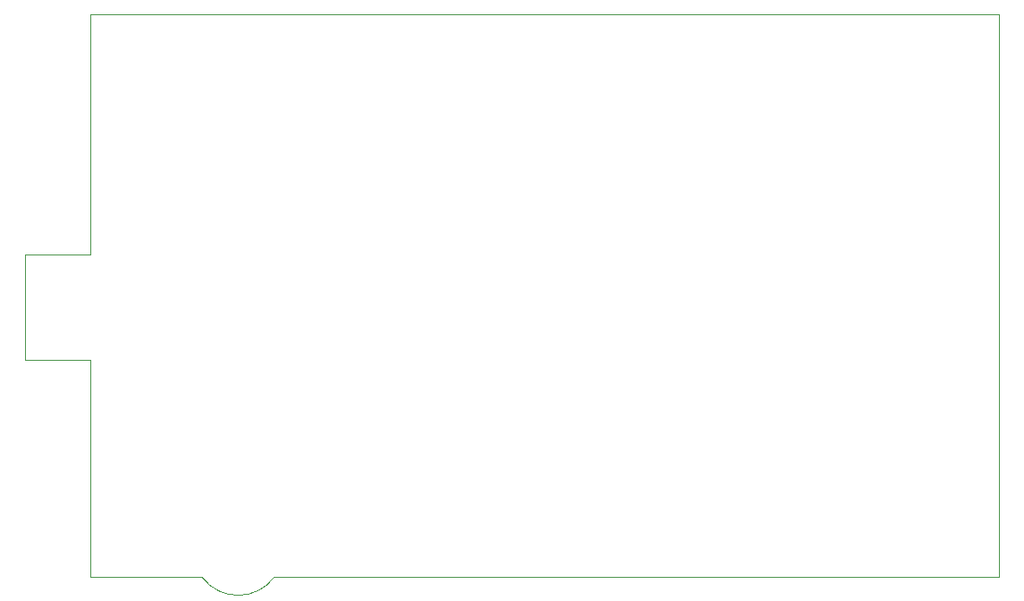
<source format=gm1>
G04 #@! TF.GenerationSoftware,KiCad,Pcbnew,5.1.9-73d0e3b20d~88~ubuntu18.04.1*
G04 #@! TF.CreationDate,2021-02-13T22:57:23-05:00*
G04 #@! TF.ProjectId,driver,64726976-6572-42e6-9b69-6361645f7063,v1.0.0*
G04 #@! TF.SameCoordinates,Original*
G04 #@! TF.FileFunction,Profile,NP*
%FSLAX46Y46*%
G04 Gerber Fmt 4.6, Leading zero omitted, Abs format (unit mm)*
G04 Created by KiCad (PCBNEW 5.1.9-73d0e3b20d~88~ubuntu18.04.1) date 2021-02-13 22:57:23*
%MOMM*%
%LPD*%
G01*
G04 APERTURE LIST*
G04 #@! TA.AperFunction,Profile*
%ADD10C,0.050000*%
G04 #@! TD*
G04 APERTURE END LIST*
D10*
X194056000Y-74371200D02*
X194056000Y-127508000D01*
X108026200Y-107111800D02*
X101777800Y-107111800D01*
X108026200Y-110413800D02*
X108026200Y-107111800D01*
X101777800Y-97104200D02*
X101777800Y-107111800D01*
X108026200Y-97104200D02*
X101777800Y-97104200D01*
X108026200Y-74371200D02*
X108026200Y-97104200D01*
X174040800Y-127711200D02*
X194056000Y-127711200D01*
X194056000Y-127508000D02*
X194056000Y-127711200D01*
X108026200Y-74371200D02*
X194056000Y-74371200D01*
X118583601Y-127711200D02*
X108026200Y-127711200D01*
X126187200Y-127719179D02*
X174040800Y-127711200D01*
X125400443Y-127719179D02*
X126187200Y-127719179D01*
X125400443Y-127719179D02*
G75*
G02*
X118583601Y-127711200I-3405442J2549178D01*
G01*
X108026200Y-110413800D02*
X108026200Y-127711200D01*
M02*

</source>
